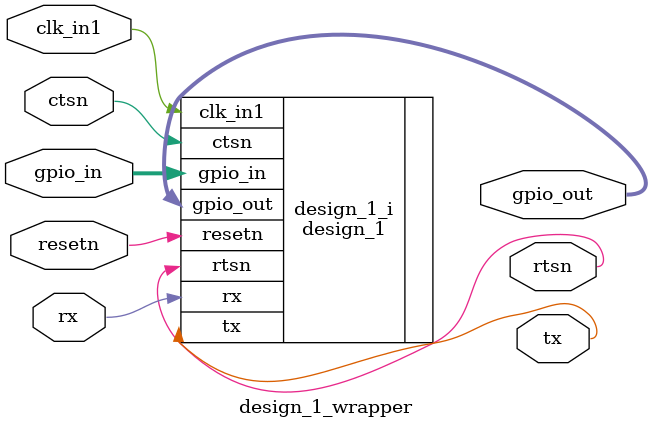
<source format=v>
`timescale 1 ps / 1 ps

module design_1_wrapper
   (clk_in1,
    ctsn,
    gpio_in,
    gpio_out,
    resetn,
    rtsn,
    rx,
    tx);
  input clk_in1;
  input ctsn;
  input [15:0]gpio_in;
  output [15:0]gpio_out;
  input resetn;
  output rtsn;
  input rx;
  output tx;

  wire clk_in1;
  wire ctsn;
  wire [15:0]gpio_in;
  wire [15:0]gpio_out;
  wire resetn;
  wire rtsn;
  wire rx;
  wire tx;

  design_1 design_1_i
       (.clk_in1(clk_in1),
        .ctsn(ctsn),
        .gpio_in(gpio_in),
        .gpio_out(gpio_out),
        .resetn(resetn),
        .rtsn(rtsn),
        .rx(rx),
        .tx(tx));
endmodule

</source>
